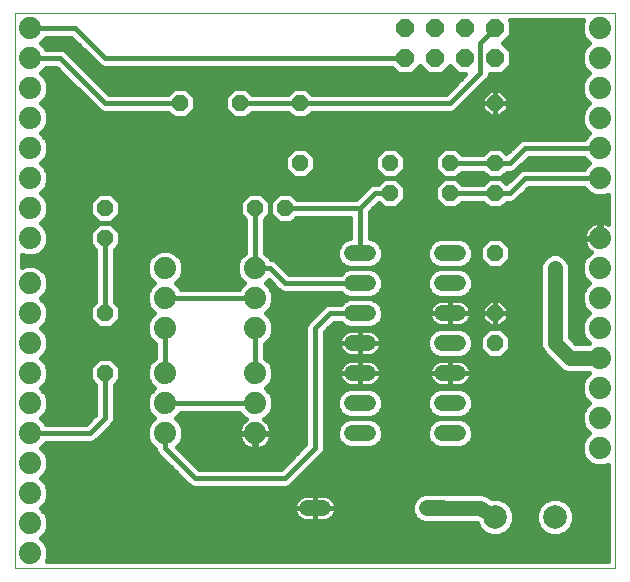
<source format=gtl>
G75*
%MOIN*%
%OFA0B0*%
%FSLAX25Y25*%
%IPPOS*%
%LPD*%
%AMOC8*
5,1,8,0,0,1.08239X$1,22.5*
%
%ADD10C,0.00000*%
%ADD11C,0.05200*%
%ADD12C,0.07400*%
%ADD13OC8,0.06000*%
%ADD14OC8,0.05200*%
%ADD15C,0.07874*%
%ADD16C,0.05000*%
%ADD17R,0.03562X0.03562*%
%ADD18C,0.01600*%
D10*
X0047595Y0097524D02*
X0047595Y0282484D01*
X0247595Y0282484D01*
X0247595Y0097524D01*
X0047595Y0097524D01*
D11*
X0144995Y0117524D02*
X0150195Y0117524D01*
X0159995Y0142524D02*
X0165195Y0142524D01*
X0165195Y0152524D02*
X0159995Y0152524D01*
X0159995Y0162524D02*
X0165195Y0162524D01*
X0165195Y0172524D02*
X0159995Y0172524D01*
X0159995Y0182524D02*
X0165195Y0182524D01*
X0165195Y0192524D02*
X0159995Y0192524D01*
X0159995Y0202524D02*
X0165195Y0202524D01*
X0189995Y0202524D02*
X0195195Y0202524D01*
X0195195Y0192524D02*
X0189995Y0192524D01*
X0189995Y0182524D02*
X0195195Y0182524D01*
X0195195Y0172524D02*
X0189995Y0172524D01*
X0189995Y0162524D02*
X0195195Y0162524D01*
X0195195Y0152524D02*
X0189995Y0152524D01*
X0189995Y0142524D02*
X0195195Y0142524D01*
X0190195Y0117524D02*
X0184995Y0117524D01*
D12*
X0127595Y0142524D03*
X0127595Y0152524D03*
X0127595Y0162524D03*
X0127595Y0177524D03*
X0127595Y0187524D03*
X0127595Y0197524D03*
X0097595Y0197524D03*
X0097595Y0187524D03*
X0097595Y0177524D03*
X0097595Y0162524D03*
X0097595Y0152524D03*
X0097595Y0142524D03*
X0052595Y0142524D03*
X0052595Y0152524D03*
X0052595Y0162524D03*
X0052595Y0172524D03*
X0052595Y0182524D03*
X0052595Y0192524D03*
X0052595Y0207524D03*
X0052595Y0217524D03*
X0052595Y0227524D03*
X0052595Y0237524D03*
X0052595Y0247524D03*
X0052595Y0257524D03*
X0052595Y0267524D03*
X0052595Y0277524D03*
X0052595Y0132524D03*
X0052595Y0122524D03*
X0052595Y0112524D03*
X0052595Y0102524D03*
X0242595Y0137524D03*
X0242595Y0147524D03*
X0242595Y0157524D03*
X0242595Y0167524D03*
X0242595Y0177524D03*
X0242595Y0187524D03*
X0242595Y0197524D03*
X0242595Y0207524D03*
X0242595Y0227524D03*
X0242595Y0237524D03*
X0242595Y0247524D03*
X0242595Y0257524D03*
X0242595Y0267524D03*
X0242595Y0277524D03*
D13*
X0207595Y0277524D03*
X0207595Y0267524D03*
X0197595Y0267524D03*
X0197595Y0277524D03*
X0187595Y0277524D03*
X0187595Y0267524D03*
X0177595Y0267524D03*
X0177595Y0277524D03*
D14*
X0207595Y0252524D03*
X0207595Y0232524D03*
X0207595Y0222524D03*
X0192595Y0222524D03*
X0192595Y0232524D03*
X0172595Y0232524D03*
X0172595Y0222524D03*
X0142595Y0232524D03*
X0137595Y0217524D03*
X0127595Y0217524D03*
X0122595Y0252524D03*
X0102595Y0252524D03*
X0077595Y0217524D03*
X0077595Y0207524D03*
X0077595Y0182524D03*
X0077595Y0162524D03*
X0142595Y0252524D03*
X0207595Y0202524D03*
X0207595Y0182524D03*
X0207595Y0172524D03*
D15*
X0207512Y0114622D03*
X0227512Y0114622D03*
D16*
X0207512Y0114622D02*
X0202678Y0117607D01*
X0187595Y0117524D01*
X0232595Y0167524D02*
X0227595Y0172524D01*
X0227595Y0197524D01*
X0232595Y0167524D02*
X0242595Y0167524D01*
D17*
X0227595Y0197524D03*
D18*
X0223761Y0200619D02*
X0223441Y0200299D01*
X0222695Y0198498D01*
X0222695Y0171549D01*
X0223441Y0169748D01*
X0224820Y0168370D01*
X0229820Y0163370D01*
X0231620Y0162624D01*
X0238868Y0162624D01*
X0238968Y0162524D01*
X0237424Y0160979D01*
X0236495Y0158737D01*
X0236495Y0156310D01*
X0237424Y0154068D01*
X0238968Y0152524D01*
X0237424Y0150979D01*
X0236495Y0148737D01*
X0236495Y0146310D01*
X0237424Y0144068D01*
X0238968Y0142524D01*
X0237424Y0140979D01*
X0236495Y0138737D01*
X0236495Y0136310D01*
X0237424Y0134068D01*
X0239140Y0132352D01*
X0241382Y0131424D01*
X0243809Y0131424D01*
X0245195Y0131998D01*
X0245195Y0099924D01*
X0058121Y0099924D01*
X0058695Y0101310D01*
X0058695Y0103737D01*
X0057766Y0105979D01*
X0056222Y0107524D01*
X0057766Y0109068D01*
X0058695Y0111310D01*
X0058695Y0113737D01*
X0057766Y0115979D01*
X0056222Y0117524D01*
X0057766Y0119068D01*
X0058695Y0121310D01*
X0058695Y0123737D01*
X0057766Y0125979D01*
X0056222Y0127524D01*
X0057766Y0129068D01*
X0058695Y0131310D01*
X0058695Y0133737D01*
X0057766Y0135979D01*
X0056222Y0137524D01*
X0057766Y0139068D01*
X0057872Y0139324D01*
X0073232Y0139324D01*
X0074408Y0139811D01*
X0075308Y0140711D01*
X0080308Y0145711D01*
X0080795Y0146887D01*
X0080795Y0158653D01*
X0082595Y0160453D01*
X0082595Y0164595D01*
X0079666Y0167524D01*
X0075524Y0167524D01*
X0072595Y0164595D01*
X0072595Y0160453D01*
X0074395Y0158653D01*
X0074395Y0148849D01*
X0071270Y0145724D01*
X0057872Y0145724D01*
X0057766Y0145979D01*
X0056222Y0147524D01*
X0057766Y0149068D01*
X0058695Y0151310D01*
X0058695Y0153737D01*
X0057766Y0155979D01*
X0056222Y0157524D01*
X0057766Y0159068D01*
X0058695Y0161310D01*
X0058695Y0163737D01*
X0057766Y0165979D01*
X0056222Y0167524D01*
X0057766Y0169068D01*
X0058695Y0171310D01*
X0058695Y0173737D01*
X0057766Y0175979D01*
X0056222Y0177524D01*
X0057766Y0179068D01*
X0058695Y0181310D01*
X0058695Y0183737D01*
X0057766Y0185979D01*
X0056222Y0187524D01*
X0057766Y0189068D01*
X0058695Y0191310D01*
X0058695Y0193737D01*
X0057766Y0195979D01*
X0056051Y0197695D01*
X0053809Y0198624D01*
X0051382Y0198624D01*
X0049995Y0198049D01*
X0049995Y0201998D01*
X0051382Y0201424D01*
X0053809Y0201424D01*
X0056051Y0202352D01*
X0057766Y0204068D01*
X0058695Y0206310D01*
X0058695Y0208737D01*
X0057766Y0210979D01*
X0056222Y0212524D01*
X0057766Y0214068D01*
X0058695Y0216310D01*
X0058695Y0218737D01*
X0057766Y0220979D01*
X0056222Y0222524D01*
X0057766Y0224068D01*
X0058695Y0226310D01*
X0058695Y0228737D01*
X0057766Y0230979D01*
X0056222Y0232524D01*
X0057766Y0234068D01*
X0058695Y0236310D01*
X0058695Y0238737D01*
X0057766Y0240979D01*
X0056222Y0242524D01*
X0057766Y0244068D01*
X0058695Y0246310D01*
X0058695Y0248737D01*
X0057766Y0250979D01*
X0056222Y0252524D01*
X0057766Y0254068D01*
X0058695Y0256310D01*
X0058695Y0258737D01*
X0057766Y0260979D01*
X0056222Y0262524D01*
X0057766Y0264068D01*
X0057872Y0264324D01*
X0061270Y0264324D01*
X0075782Y0249811D01*
X0076959Y0249324D01*
X0098724Y0249324D01*
X0100524Y0247524D01*
X0104666Y0247524D01*
X0107595Y0250453D01*
X0107595Y0254595D01*
X0104666Y0257524D01*
X0100524Y0257524D01*
X0098724Y0255724D01*
X0078921Y0255724D01*
X0065308Y0269336D01*
X0064408Y0270236D01*
X0063232Y0270724D01*
X0057872Y0270724D01*
X0057766Y0270979D01*
X0056222Y0272524D01*
X0057766Y0274068D01*
X0057872Y0274324D01*
X0066270Y0274324D01*
X0075782Y0264811D01*
X0076959Y0264324D01*
X0173158Y0264324D01*
X0175358Y0262124D01*
X0179832Y0262124D01*
X0182595Y0264887D01*
X0185358Y0262124D01*
X0189832Y0262124D01*
X0192595Y0264887D01*
X0195358Y0262124D01*
X0197670Y0262124D01*
X0191270Y0255724D01*
X0146466Y0255724D01*
X0144666Y0257524D01*
X0140524Y0257524D01*
X0138724Y0255724D01*
X0126466Y0255724D01*
X0124666Y0257524D01*
X0120524Y0257524D01*
X0117595Y0254595D01*
X0117595Y0250453D01*
X0120524Y0247524D01*
X0124666Y0247524D01*
X0126466Y0249324D01*
X0138724Y0249324D01*
X0140524Y0247524D01*
X0144666Y0247524D01*
X0146466Y0249324D01*
X0193232Y0249324D01*
X0194408Y0249811D01*
X0204408Y0259811D01*
X0205308Y0260711D01*
X0205795Y0261887D01*
X0205795Y0262124D01*
X0209832Y0262124D01*
X0212995Y0265287D01*
X0212995Y0269760D01*
X0210232Y0272524D01*
X0212995Y0275287D01*
X0212995Y0279760D01*
X0212671Y0280084D01*
X0237053Y0280084D01*
X0236495Y0278737D01*
X0236495Y0276310D01*
X0237424Y0274068D01*
X0238968Y0272524D01*
X0237424Y0270979D01*
X0236495Y0268737D01*
X0236495Y0266310D01*
X0237424Y0264068D01*
X0238968Y0262524D01*
X0237424Y0260979D01*
X0236495Y0258737D01*
X0236495Y0256310D01*
X0237424Y0254068D01*
X0238968Y0252524D01*
X0237424Y0250979D01*
X0236495Y0248737D01*
X0236495Y0246310D01*
X0237424Y0244068D01*
X0238968Y0242524D01*
X0237424Y0240979D01*
X0237318Y0240724D01*
X0216959Y0240724D01*
X0215782Y0240236D01*
X0214882Y0239336D01*
X0211368Y0235822D01*
X0209666Y0237524D01*
X0205524Y0237524D01*
X0203724Y0235724D01*
X0196466Y0235724D01*
X0194666Y0237524D01*
X0190524Y0237524D01*
X0187595Y0234595D01*
X0187595Y0230453D01*
X0190524Y0227524D01*
X0194666Y0227524D01*
X0196466Y0229324D01*
X0203724Y0229324D01*
X0205524Y0227524D01*
X0209666Y0227524D01*
X0211466Y0229324D01*
X0213232Y0229324D01*
X0214408Y0229811D01*
X0218921Y0234324D01*
X0237318Y0234324D01*
X0237424Y0234068D01*
X0238968Y0232524D01*
X0237424Y0230979D01*
X0237318Y0230724D01*
X0216959Y0230724D01*
X0215782Y0230236D01*
X0214882Y0229336D01*
X0211368Y0225822D01*
X0209666Y0227524D01*
X0205524Y0227524D01*
X0203724Y0225724D01*
X0196466Y0225724D01*
X0194666Y0227524D01*
X0190524Y0227524D01*
X0187595Y0224595D01*
X0187595Y0220453D01*
X0190524Y0217524D01*
X0194666Y0217524D01*
X0196466Y0219324D01*
X0203724Y0219324D01*
X0205524Y0217524D01*
X0209666Y0217524D01*
X0211466Y0219324D01*
X0213232Y0219324D01*
X0214408Y0219811D01*
X0218921Y0224324D01*
X0237318Y0224324D01*
X0237424Y0224068D01*
X0239140Y0222352D01*
X0241382Y0221424D01*
X0243809Y0221424D01*
X0245195Y0221998D01*
X0245195Y0212372D01*
X0244706Y0212621D01*
X0243883Y0212888D01*
X0243028Y0213024D01*
X0242795Y0213024D01*
X0242795Y0207724D01*
X0242395Y0207724D01*
X0242395Y0213024D01*
X0242162Y0213024D01*
X0241307Y0212888D01*
X0240484Y0212621D01*
X0239712Y0212228D01*
X0239012Y0211719D01*
X0238400Y0211107D01*
X0237891Y0210406D01*
X0237498Y0209635D01*
X0237231Y0208812D01*
X0237095Y0207956D01*
X0237095Y0207724D01*
X0242395Y0207724D01*
X0242395Y0207324D01*
X0237095Y0207324D01*
X0237095Y0207091D01*
X0237231Y0206236D01*
X0237498Y0205412D01*
X0237891Y0204641D01*
X0238400Y0203941D01*
X0239012Y0203328D01*
X0239614Y0202891D01*
X0239140Y0202695D01*
X0237424Y0200979D01*
X0236495Y0198737D01*
X0236495Y0196310D01*
X0237424Y0194068D01*
X0238968Y0192524D01*
X0237424Y0190979D01*
X0236495Y0188737D01*
X0236495Y0186310D01*
X0237424Y0184068D01*
X0238968Y0182524D01*
X0237424Y0180979D01*
X0236495Y0178737D01*
X0236495Y0176310D01*
X0237424Y0174068D01*
X0238968Y0172524D01*
X0238868Y0172424D01*
X0234625Y0172424D01*
X0232495Y0174553D01*
X0232495Y0198498D01*
X0231749Y0200299D01*
X0231430Y0200619D01*
X0231411Y0200664D01*
X0230736Y0201339D01*
X0230690Y0201358D01*
X0230371Y0201678D01*
X0228570Y0202424D01*
X0226620Y0202424D01*
X0224820Y0201678D01*
X0224500Y0201358D01*
X0224455Y0201339D01*
X0223779Y0200664D01*
X0223761Y0200619D01*
X0223246Y0199828D02*
X0211971Y0199828D01*
X0212595Y0200453D02*
X0209666Y0197524D01*
X0205524Y0197524D01*
X0202595Y0200453D01*
X0202595Y0204595D01*
X0205524Y0207524D01*
X0209666Y0207524D01*
X0212595Y0204595D01*
X0212595Y0200453D01*
X0212595Y0201427D02*
X0224569Y0201427D01*
X0222695Y0198230D02*
X0210372Y0198230D01*
X0212595Y0203025D02*
X0239429Y0203025D01*
X0237904Y0204624D02*
X0212566Y0204624D01*
X0210967Y0206222D02*
X0237235Y0206222D01*
X0237095Y0207821D02*
X0165795Y0207821D01*
X0165795Y0207524D02*
X0165795Y0216198D01*
X0168822Y0219225D01*
X0170524Y0217524D01*
X0174666Y0217524D01*
X0177595Y0220453D01*
X0177595Y0224595D01*
X0174666Y0227524D01*
X0177595Y0230453D01*
X0177595Y0234595D01*
X0174666Y0237524D01*
X0170524Y0237524D01*
X0167595Y0234595D01*
X0167595Y0230453D01*
X0170524Y0227524D01*
X0174666Y0227524D01*
X0170524Y0227524D01*
X0168724Y0225724D01*
X0166959Y0225724D01*
X0165782Y0225236D01*
X0161270Y0220724D01*
X0141466Y0220724D01*
X0139666Y0222524D01*
X0135524Y0222524D01*
X0132595Y0219595D01*
X0129666Y0222524D01*
X0125524Y0222524D01*
X0122595Y0219595D01*
X0122595Y0215453D01*
X0124395Y0213653D01*
X0124395Y0202801D01*
X0124140Y0202695D01*
X0122424Y0200979D01*
X0121495Y0198737D01*
X0121495Y0196310D01*
X0122424Y0194068D01*
X0123968Y0192524D01*
X0122424Y0190979D01*
X0122318Y0190724D01*
X0102872Y0190724D01*
X0102766Y0190979D01*
X0101222Y0192524D01*
X0102766Y0194068D01*
X0103695Y0196310D01*
X0103695Y0198737D01*
X0102766Y0200979D01*
X0101051Y0202695D01*
X0098809Y0203624D01*
X0096382Y0203624D01*
X0094140Y0202695D01*
X0092424Y0200979D01*
X0091495Y0198737D01*
X0091495Y0196310D01*
X0092424Y0194068D01*
X0093968Y0192524D01*
X0092424Y0190979D01*
X0091495Y0188737D01*
X0091495Y0186310D01*
X0092424Y0184068D01*
X0093968Y0182524D01*
X0092424Y0180979D01*
X0091495Y0178737D01*
X0091495Y0176310D01*
X0092424Y0174068D01*
X0094140Y0172352D01*
X0094395Y0172247D01*
X0094395Y0167801D01*
X0094140Y0167695D01*
X0092424Y0165979D01*
X0091495Y0163737D01*
X0091495Y0161310D01*
X0092424Y0159068D01*
X0093968Y0157524D01*
X0092424Y0155979D01*
X0091495Y0153737D01*
X0091495Y0151310D01*
X0092424Y0149068D01*
X0093968Y0147524D01*
X0092424Y0145979D01*
X0091495Y0143737D01*
X0091495Y0141310D01*
X0092424Y0139068D01*
X0094140Y0137352D01*
X0094395Y0137247D01*
X0094395Y0136887D01*
X0094882Y0135711D01*
X0104882Y0125711D01*
X0105782Y0124811D01*
X0106959Y0124324D01*
X0138232Y0124324D01*
X0139408Y0124811D01*
X0149408Y0134811D01*
X0150308Y0135711D01*
X0150795Y0136887D01*
X0150795Y0176198D01*
X0153921Y0179324D01*
X0156124Y0179324D01*
X0157163Y0178285D01*
X0159001Y0177524D01*
X0166190Y0177524D01*
X0168027Y0178285D01*
X0169434Y0179691D01*
X0170195Y0181529D01*
X0170195Y0183518D01*
X0169434Y0185356D01*
X0168027Y0186762D01*
X0166190Y0187524D01*
X0168027Y0188285D01*
X0169434Y0189691D01*
X0170195Y0191529D01*
X0170195Y0193518D01*
X0169434Y0195356D01*
X0168027Y0196762D01*
X0166190Y0197524D01*
X0168027Y0198285D01*
X0169434Y0199691D01*
X0170195Y0201529D01*
X0170195Y0203518D01*
X0169434Y0205356D01*
X0168027Y0206762D01*
X0166190Y0207524D01*
X0165795Y0207524D01*
X0165795Y0209419D02*
X0237428Y0209419D01*
X0238336Y0211018D02*
X0165795Y0211018D01*
X0165795Y0212616D02*
X0240476Y0212616D01*
X0242395Y0212616D02*
X0242795Y0212616D01*
X0242795Y0211018D02*
X0242395Y0211018D01*
X0242395Y0209419D02*
X0242795Y0209419D01*
X0242795Y0207821D02*
X0242395Y0207821D01*
X0244715Y0212616D02*
X0245195Y0212616D01*
X0245195Y0214215D02*
X0165795Y0214215D01*
X0165795Y0215813D02*
X0245195Y0215813D01*
X0245195Y0217412D02*
X0167009Y0217412D01*
X0168607Y0219010D02*
X0169037Y0219010D01*
X0167595Y0222524D02*
X0162595Y0217524D01*
X0137595Y0217524D01*
X0141358Y0214215D02*
X0159395Y0214215D01*
X0159395Y0214324D02*
X0159395Y0207524D01*
X0159001Y0207524D01*
X0157163Y0206762D01*
X0155756Y0205356D01*
X0154995Y0203518D01*
X0154995Y0201529D01*
X0155756Y0199691D01*
X0157163Y0198285D01*
X0159001Y0197524D01*
X0166190Y0197524D01*
X0159001Y0197524D01*
X0157163Y0196762D01*
X0156124Y0195724D01*
X0138921Y0195724D01*
X0134408Y0200236D01*
X0133232Y0200724D01*
X0132872Y0200724D01*
X0132766Y0200979D01*
X0131051Y0202695D01*
X0130795Y0202801D01*
X0130795Y0213653D01*
X0132595Y0215453D01*
X0132595Y0219595D01*
X0132595Y0215453D01*
X0135524Y0212524D01*
X0139666Y0212524D01*
X0141466Y0214324D01*
X0159395Y0214324D01*
X0159395Y0212616D02*
X0139759Y0212616D01*
X0135431Y0212616D02*
X0130795Y0212616D01*
X0130795Y0211018D02*
X0159395Y0211018D01*
X0159395Y0209419D02*
X0130795Y0209419D01*
X0130795Y0207821D02*
X0159395Y0207821D01*
X0156623Y0206222D02*
X0130795Y0206222D01*
X0130795Y0204624D02*
X0155453Y0204624D01*
X0154995Y0203025D02*
X0130795Y0203025D01*
X0132319Y0201427D02*
X0155037Y0201427D01*
X0155700Y0199828D02*
X0134816Y0199828D01*
X0136414Y0198230D02*
X0157296Y0198230D01*
X0157032Y0196631D02*
X0138013Y0196631D01*
X0137595Y0192524D02*
X0162595Y0192524D01*
X0159001Y0187524D02*
X0166190Y0187524D01*
X0159001Y0187524D01*
X0157163Y0188285D01*
X0156124Y0189324D01*
X0136959Y0189324D01*
X0135782Y0189811D01*
X0134882Y0190711D01*
X0132146Y0193448D01*
X0131222Y0192524D01*
X0132766Y0190979D01*
X0133695Y0188737D01*
X0133695Y0186310D01*
X0132766Y0184068D01*
X0131222Y0182524D01*
X0132766Y0180979D01*
X0133695Y0178737D01*
X0133695Y0176310D01*
X0132766Y0174068D01*
X0131051Y0172352D01*
X0130795Y0172247D01*
X0130795Y0167801D01*
X0131051Y0167695D01*
X0132766Y0165979D01*
X0133695Y0163737D01*
X0133695Y0161310D01*
X0132766Y0159068D01*
X0131222Y0157524D01*
X0132766Y0155979D01*
X0133695Y0153737D01*
X0133695Y0151310D01*
X0132766Y0149068D01*
X0131051Y0147352D01*
X0130576Y0147156D01*
X0131178Y0146719D01*
X0131790Y0146107D01*
X0132299Y0145406D01*
X0132692Y0144635D01*
X0132960Y0143812D01*
X0133095Y0142956D01*
X0133095Y0142724D01*
X0127795Y0142724D01*
X0127795Y0142324D01*
X0133095Y0142324D01*
X0133095Y0142091D01*
X0132960Y0141236D01*
X0132692Y0140412D01*
X0132299Y0139641D01*
X0131790Y0138941D01*
X0131178Y0138328D01*
X0130478Y0137820D01*
X0129706Y0137427D01*
X0128883Y0137159D01*
X0128028Y0137024D01*
X0127795Y0137024D01*
X0127795Y0142324D01*
X0127395Y0142324D01*
X0122095Y0142324D01*
X0122095Y0142091D01*
X0122231Y0141236D01*
X0122498Y0140412D01*
X0122891Y0139641D01*
X0123400Y0138941D01*
X0124012Y0138328D01*
X0124712Y0137820D01*
X0125484Y0137427D01*
X0126307Y0137159D01*
X0127162Y0137024D01*
X0127395Y0137024D01*
X0127395Y0142324D01*
X0127395Y0142724D01*
X0122095Y0142724D01*
X0122095Y0142956D01*
X0122231Y0143812D01*
X0122498Y0144635D01*
X0122891Y0145406D01*
X0123400Y0146107D01*
X0124012Y0146719D01*
X0124614Y0147156D01*
X0124140Y0147352D01*
X0122424Y0149068D01*
X0122318Y0149324D01*
X0102872Y0149324D01*
X0102766Y0149068D01*
X0101222Y0147524D01*
X0102766Y0145979D01*
X0103695Y0143737D01*
X0103695Y0141310D01*
X0102766Y0139068D01*
X0101671Y0137973D01*
X0108921Y0130724D01*
X0136270Y0130724D01*
X0144395Y0138849D01*
X0144395Y0178160D01*
X0144882Y0179336D01*
X0149882Y0184336D01*
X0150782Y0185236D01*
X0151959Y0185724D01*
X0156124Y0185724D01*
X0157163Y0186762D01*
X0159001Y0187524D01*
X0157834Y0187040D02*
X0133695Y0187040D01*
X0133695Y0188639D02*
X0156809Y0188639D01*
X0151278Y0185442D02*
X0133335Y0185442D01*
X0132541Y0183843D02*
X0149389Y0183843D01*
X0147791Y0182245D02*
X0131501Y0182245D01*
X0132904Y0180646D02*
X0146192Y0180646D01*
X0144763Y0179048D02*
X0133566Y0179048D01*
X0133695Y0177449D02*
X0144395Y0177449D01*
X0144395Y0175851D02*
X0133505Y0175851D01*
X0132843Y0174252D02*
X0144395Y0174252D01*
X0144395Y0172654D02*
X0131352Y0172654D01*
X0130795Y0171055D02*
X0144395Y0171055D01*
X0144395Y0169457D02*
X0130795Y0169457D01*
X0130795Y0167858D02*
X0144395Y0167858D01*
X0144395Y0166260D02*
X0132486Y0166260D01*
X0133312Y0164661D02*
X0144395Y0164661D01*
X0144395Y0163063D02*
X0133695Y0163063D01*
X0133695Y0161464D02*
X0144395Y0161464D01*
X0144395Y0159866D02*
X0133097Y0159866D01*
X0131965Y0158267D02*
X0144395Y0158267D01*
X0144395Y0156669D02*
X0132077Y0156669D01*
X0133143Y0155070D02*
X0144395Y0155070D01*
X0144395Y0153472D02*
X0133695Y0153472D01*
X0133695Y0151873D02*
X0144395Y0151873D01*
X0144395Y0150274D02*
X0133266Y0150274D01*
X0132374Y0148676D02*
X0144395Y0148676D01*
X0144395Y0147077D02*
X0130684Y0147077D01*
X0132246Y0145479D02*
X0144395Y0145479D01*
X0144395Y0143880D02*
X0132937Y0143880D01*
X0133095Y0142282D02*
X0144395Y0142282D01*
X0144395Y0140683D02*
X0132780Y0140683D01*
X0131895Y0139085D02*
X0144395Y0139085D01*
X0143032Y0137486D02*
X0129824Y0137486D01*
X0127795Y0137486D02*
X0127395Y0137486D01*
X0127395Y0139085D02*
X0127795Y0139085D01*
X0127795Y0140683D02*
X0127395Y0140683D01*
X0127395Y0142282D02*
X0127795Y0142282D01*
X0125366Y0137486D02*
X0102158Y0137486D01*
X0102773Y0139085D02*
X0123295Y0139085D01*
X0122410Y0140683D02*
X0103435Y0140683D01*
X0103695Y0142282D02*
X0122095Y0142282D01*
X0122253Y0143880D02*
X0103636Y0143880D01*
X0102974Y0145479D02*
X0122944Y0145479D01*
X0124506Y0147077D02*
X0101668Y0147077D01*
X0102374Y0148676D02*
X0122816Y0148676D01*
X0127595Y0152524D02*
X0097595Y0152524D01*
X0091924Y0150274D02*
X0080795Y0150274D01*
X0080795Y0148676D02*
X0092816Y0148676D01*
X0093522Y0147077D02*
X0080795Y0147077D01*
X0080076Y0145479D02*
X0092217Y0145479D01*
X0091555Y0143880D02*
X0078477Y0143880D01*
X0076879Y0142282D02*
X0091495Y0142282D01*
X0091755Y0140683D02*
X0075280Y0140683D01*
X0072595Y0142524D02*
X0052595Y0142524D01*
X0056668Y0147077D02*
X0072624Y0147077D01*
X0074222Y0148676D02*
X0057374Y0148676D01*
X0058266Y0150274D02*
X0074395Y0150274D01*
X0074395Y0151873D02*
X0058695Y0151873D01*
X0058695Y0153472D02*
X0074395Y0153472D01*
X0074395Y0155070D02*
X0058143Y0155070D01*
X0057077Y0156669D02*
X0074395Y0156669D01*
X0074395Y0158267D02*
X0056965Y0158267D01*
X0058097Y0159866D02*
X0073182Y0159866D01*
X0072595Y0161464D02*
X0058695Y0161464D01*
X0058695Y0163063D02*
X0072595Y0163063D01*
X0072662Y0164661D02*
X0058312Y0164661D01*
X0057486Y0166260D02*
X0074260Y0166260D01*
X0077595Y0162524D02*
X0077595Y0147524D01*
X0072595Y0142524D01*
X0080795Y0151873D02*
X0091495Y0151873D01*
X0091495Y0153472D02*
X0080795Y0153472D01*
X0080795Y0155070D02*
X0092047Y0155070D01*
X0093113Y0156669D02*
X0080795Y0156669D01*
X0080795Y0158267D02*
X0093225Y0158267D01*
X0092094Y0159866D02*
X0082008Y0159866D01*
X0082595Y0161464D02*
X0091495Y0161464D01*
X0091495Y0163063D02*
X0082595Y0163063D01*
X0082529Y0164661D02*
X0091878Y0164661D01*
X0092704Y0166260D02*
X0080930Y0166260D01*
X0079666Y0177524D02*
X0075524Y0177524D01*
X0072595Y0180453D01*
X0072595Y0184595D01*
X0074395Y0186395D01*
X0074395Y0203653D01*
X0072595Y0205453D01*
X0072595Y0209595D01*
X0075524Y0212524D01*
X0079666Y0212524D01*
X0082595Y0215453D01*
X0082595Y0219595D01*
X0079666Y0222524D01*
X0075524Y0222524D01*
X0072595Y0219595D01*
X0072595Y0215453D01*
X0075524Y0212524D01*
X0079666Y0212524D01*
X0082595Y0209595D01*
X0082595Y0205453D01*
X0080795Y0203653D01*
X0080795Y0186395D01*
X0082595Y0184595D01*
X0082595Y0180453D01*
X0079666Y0177524D01*
X0081190Y0179048D02*
X0091624Y0179048D01*
X0091495Y0177449D02*
X0056296Y0177449D01*
X0057746Y0179048D02*
X0074000Y0179048D01*
X0072595Y0180646D02*
X0058420Y0180646D01*
X0058695Y0182245D02*
X0072595Y0182245D01*
X0072595Y0183843D02*
X0058651Y0183843D01*
X0057989Y0185442D02*
X0073442Y0185442D01*
X0074395Y0187040D02*
X0056705Y0187040D01*
X0057337Y0188639D02*
X0074395Y0188639D01*
X0074395Y0190237D02*
X0058251Y0190237D01*
X0058695Y0191836D02*
X0074395Y0191836D01*
X0074395Y0193434D02*
X0058695Y0193434D01*
X0058158Y0195033D02*
X0074395Y0195033D01*
X0074395Y0196631D02*
X0057114Y0196631D01*
X0054759Y0198230D02*
X0074395Y0198230D01*
X0074395Y0199828D02*
X0049995Y0199828D01*
X0049995Y0198230D02*
X0050431Y0198230D01*
X0049995Y0201427D02*
X0051374Y0201427D01*
X0053816Y0201427D02*
X0074395Y0201427D01*
X0074395Y0203025D02*
X0056724Y0203025D01*
X0057997Y0204624D02*
X0073424Y0204624D01*
X0072595Y0206222D02*
X0058659Y0206222D01*
X0058695Y0207821D02*
X0072595Y0207821D01*
X0072595Y0209419D02*
X0058412Y0209419D01*
X0057728Y0211018D02*
X0074018Y0211018D01*
X0075431Y0212616D02*
X0056315Y0212616D01*
X0057827Y0214215D02*
X0073833Y0214215D01*
X0072595Y0215813D02*
X0058489Y0215813D01*
X0058695Y0217412D02*
X0072595Y0217412D01*
X0072595Y0219010D02*
X0058582Y0219010D01*
X0057920Y0220609D02*
X0073609Y0220609D01*
X0075208Y0222208D02*
X0056538Y0222208D01*
X0057504Y0223806D02*
X0164352Y0223806D01*
X0162754Y0222208D02*
X0139982Y0222208D01*
X0140524Y0227524D02*
X0144666Y0227524D01*
X0147595Y0230453D01*
X0147595Y0234595D01*
X0144666Y0237524D01*
X0140524Y0237524D01*
X0137595Y0234595D01*
X0137595Y0230453D01*
X0140524Y0227524D01*
X0139446Y0228602D02*
X0058695Y0228602D01*
X0058695Y0227003D02*
X0170004Y0227003D01*
X0169446Y0228602D02*
X0145744Y0228602D01*
X0147343Y0230200D02*
X0167848Y0230200D01*
X0167595Y0231799D02*
X0147595Y0231799D01*
X0147595Y0233397D02*
X0167595Y0233397D01*
X0167996Y0234996D02*
X0147194Y0234996D01*
X0145596Y0236594D02*
X0169595Y0236594D01*
X0175596Y0236594D02*
X0189595Y0236594D01*
X0187996Y0234996D02*
X0177194Y0234996D01*
X0177595Y0233397D02*
X0187595Y0233397D01*
X0187595Y0231799D02*
X0177595Y0231799D01*
X0177343Y0230200D02*
X0187848Y0230200D01*
X0189446Y0228602D02*
X0175744Y0228602D01*
X0175187Y0227003D02*
X0190004Y0227003D01*
X0188405Y0225405D02*
X0176785Y0225405D01*
X0177595Y0223806D02*
X0187595Y0223806D01*
X0187595Y0222208D02*
X0177595Y0222208D01*
X0177595Y0220609D02*
X0187595Y0220609D01*
X0189037Y0219010D02*
X0176153Y0219010D01*
X0172595Y0222524D02*
X0167595Y0222524D01*
X0166188Y0225405D02*
X0058320Y0225405D01*
X0058089Y0230200D02*
X0137848Y0230200D01*
X0137595Y0231799D02*
X0056947Y0231799D01*
X0057095Y0233397D02*
X0137595Y0233397D01*
X0137996Y0234996D02*
X0058151Y0234996D01*
X0058695Y0236594D02*
X0139595Y0236594D01*
X0140264Y0247784D02*
X0124926Y0247784D01*
X0120264Y0247784D02*
X0104926Y0247784D01*
X0106525Y0249382D02*
X0118666Y0249382D01*
X0117595Y0250981D02*
X0107595Y0250981D01*
X0107595Y0252579D02*
X0117595Y0252579D01*
X0117595Y0254178D02*
X0107595Y0254178D01*
X0106414Y0255776D02*
X0118777Y0255776D01*
X0120375Y0257375D02*
X0104815Y0257375D01*
X0102595Y0252524D02*
X0077595Y0252524D01*
X0062595Y0267524D01*
X0052595Y0267524D01*
X0056984Y0271761D02*
X0068832Y0271761D01*
X0070430Y0270163D02*
X0064481Y0270163D01*
X0066080Y0268564D02*
X0072029Y0268564D01*
X0073627Y0266966D02*
X0067678Y0266966D01*
X0069277Y0265367D02*
X0075226Y0265367D01*
X0077595Y0267524D02*
X0067595Y0277524D01*
X0052595Y0277524D01*
X0057058Y0273360D02*
X0067233Y0273360D01*
X0070875Y0263769D02*
X0173713Y0263769D01*
X0175312Y0262170D02*
X0072474Y0262170D01*
X0074072Y0260572D02*
X0196118Y0260572D01*
X0195312Y0262170D02*
X0189879Y0262170D01*
X0191477Y0263769D02*
X0193713Y0263769D01*
X0194519Y0258973D02*
X0075671Y0258973D01*
X0077269Y0257375D02*
X0100375Y0257375D01*
X0098777Y0255776D02*
X0078868Y0255776D01*
X0074613Y0250981D02*
X0057765Y0250981D01*
X0058428Y0249382D02*
X0076817Y0249382D01*
X0073014Y0252579D02*
X0056277Y0252579D01*
X0057812Y0254178D02*
X0071416Y0254178D01*
X0069817Y0255776D02*
X0058474Y0255776D01*
X0058695Y0257375D02*
X0068219Y0257375D01*
X0066620Y0258973D02*
X0058597Y0258973D01*
X0057935Y0260572D02*
X0065021Y0260572D01*
X0063423Y0262170D02*
X0056575Y0262170D01*
X0057467Y0263769D02*
X0061824Y0263769D01*
X0058695Y0247784D02*
X0100264Y0247784D01*
X0079982Y0222208D02*
X0125208Y0222208D01*
X0123609Y0220609D02*
X0081581Y0220609D01*
X0082595Y0219010D02*
X0122595Y0219010D01*
X0122595Y0217412D02*
X0082595Y0217412D01*
X0082595Y0215813D02*
X0122595Y0215813D01*
X0123833Y0214215D02*
X0081358Y0214215D01*
X0079759Y0212616D02*
X0124395Y0212616D01*
X0124395Y0211018D02*
X0081172Y0211018D01*
X0082595Y0209419D02*
X0124395Y0209419D01*
X0124395Y0207821D02*
X0082595Y0207821D01*
X0082595Y0206222D02*
X0124395Y0206222D01*
X0124395Y0204624D02*
X0081766Y0204624D01*
X0080795Y0203025D02*
X0094937Y0203025D01*
X0092872Y0201427D02*
X0080795Y0201427D01*
X0080795Y0199828D02*
X0091947Y0199828D01*
X0091495Y0198230D02*
X0080795Y0198230D01*
X0080795Y0196631D02*
X0091495Y0196631D01*
X0092024Y0195033D02*
X0080795Y0195033D01*
X0080795Y0193434D02*
X0093058Y0193434D01*
X0093281Y0191836D02*
X0080795Y0191836D01*
X0080795Y0190237D02*
X0092117Y0190237D01*
X0091495Y0188639D02*
X0080795Y0188639D01*
X0080795Y0187040D02*
X0091495Y0187040D01*
X0091855Y0185442D02*
X0081748Y0185442D01*
X0082595Y0183843D02*
X0092649Y0183843D01*
X0093690Y0182245D02*
X0082595Y0182245D01*
X0082595Y0180646D02*
X0092286Y0180646D01*
X0091685Y0175851D02*
X0057820Y0175851D01*
X0058482Y0174252D02*
X0092348Y0174252D01*
X0093838Y0172654D02*
X0058695Y0172654D01*
X0058589Y0171055D02*
X0094395Y0171055D01*
X0094395Y0169457D02*
X0057927Y0169457D01*
X0056556Y0167858D02*
X0094395Y0167858D01*
X0097595Y0162524D02*
X0097595Y0177524D01*
X0097595Y0187524D02*
X0127595Y0187524D01*
X0123281Y0191836D02*
X0101910Y0191836D01*
X0102133Y0193434D02*
X0123058Y0193434D01*
X0122024Y0195033D02*
X0103166Y0195033D01*
X0103695Y0196631D02*
X0121495Y0196631D01*
X0121495Y0198230D02*
X0103695Y0198230D01*
X0103243Y0199828D02*
X0121947Y0199828D01*
X0122872Y0201427D02*
X0102319Y0201427D01*
X0100253Y0203025D02*
X0124395Y0203025D01*
X0127595Y0197524D02*
X0127595Y0217524D01*
X0131358Y0214215D02*
X0133833Y0214215D01*
X0132595Y0215813D02*
X0132595Y0215813D01*
X0132595Y0217412D02*
X0132595Y0217412D01*
X0132595Y0219010D02*
X0132595Y0219010D01*
X0131581Y0220609D02*
X0133609Y0220609D01*
X0135208Y0222208D02*
X0129982Y0222208D01*
X0144926Y0247784D02*
X0236495Y0247784D01*
X0236547Y0246185D02*
X0058643Y0246185D01*
X0057981Y0244587D02*
X0237209Y0244587D01*
X0238504Y0242988D02*
X0056686Y0242988D01*
X0057356Y0241390D02*
X0237834Y0241390D01*
X0242595Y0237524D02*
X0217595Y0237524D01*
X0212595Y0232524D01*
X0207595Y0232524D01*
X0192595Y0232524D01*
X0195596Y0236594D02*
X0204595Y0236594D01*
X0210596Y0236594D02*
X0212140Y0236594D01*
X0213739Y0238193D02*
X0058695Y0238193D01*
X0058258Y0239791D02*
X0215337Y0239791D01*
X0217994Y0233397D02*
X0238095Y0233397D01*
X0238243Y0231799D02*
X0216396Y0231799D01*
X0215746Y0230200D02*
X0214797Y0230200D01*
X0214148Y0228602D02*
X0210744Y0228602D01*
X0210187Y0227003D02*
X0212549Y0227003D01*
X0212595Y0222524D02*
X0217595Y0227524D01*
X0242595Y0227524D01*
X0239489Y0222208D02*
X0216805Y0222208D01*
X0218403Y0223806D02*
X0237686Y0223806D01*
X0245195Y0220609D02*
X0215206Y0220609D01*
X0212595Y0222524D02*
X0207595Y0222524D01*
X0192595Y0222524D01*
X0195187Y0227003D02*
X0205004Y0227003D01*
X0204446Y0228602D02*
X0195744Y0228602D01*
X0196153Y0219010D02*
X0204037Y0219010D01*
X0211153Y0219010D02*
X0245195Y0219010D01*
X0237872Y0201427D02*
X0230622Y0201427D01*
X0231944Y0199828D02*
X0236947Y0199828D01*
X0236495Y0198230D02*
X0232495Y0198230D01*
X0232495Y0196631D02*
X0236495Y0196631D01*
X0237024Y0195033D02*
X0232495Y0195033D01*
X0232495Y0193434D02*
X0238058Y0193434D01*
X0238281Y0191836D02*
X0232495Y0191836D01*
X0232495Y0190237D02*
X0237117Y0190237D01*
X0236495Y0188639D02*
X0232495Y0188639D01*
X0232495Y0187040D02*
X0236495Y0187040D01*
X0236855Y0185442D02*
X0232495Y0185442D01*
X0232495Y0183843D02*
X0237649Y0183843D01*
X0238690Y0182245D02*
X0232495Y0182245D01*
X0232495Y0180646D02*
X0237286Y0180646D01*
X0236624Y0179048D02*
X0232495Y0179048D01*
X0232495Y0177449D02*
X0236495Y0177449D01*
X0236685Y0175851D02*
X0232495Y0175851D01*
X0232796Y0174252D02*
X0237348Y0174252D01*
X0238838Y0172654D02*
X0234395Y0172654D01*
X0226930Y0166260D02*
X0197539Y0166260D01*
X0197501Y0166287D02*
X0196884Y0166601D01*
X0196225Y0166815D01*
X0195541Y0166924D01*
X0192595Y0166924D01*
X0189649Y0166924D01*
X0188965Y0166815D01*
X0188306Y0166601D01*
X0187689Y0166287D01*
X0187129Y0165880D01*
X0186639Y0165390D01*
X0186232Y0164830D01*
X0185917Y0164213D01*
X0185703Y0163554D01*
X0185595Y0162870D01*
X0185595Y0162524D01*
X0192595Y0162524D01*
X0192595Y0166924D01*
X0192595Y0162524D01*
X0192595Y0162524D01*
X0192595Y0162524D01*
X0199595Y0162524D01*
X0199595Y0162870D01*
X0199487Y0163554D01*
X0199273Y0164213D01*
X0198958Y0164830D01*
X0198551Y0165390D01*
X0198062Y0165880D01*
X0197501Y0166287D01*
X0196997Y0167858D02*
X0205190Y0167858D01*
X0205524Y0167524D02*
X0209666Y0167524D01*
X0212595Y0170453D01*
X0212595Y0174595D01*
X0209666Y0177524D01*
X0205524Y0177524D01*
X0202595Y0174595D01*
X0202595Y0170453D01*
X0205524Y0167524D01*
X0203591Y0169457D02*
X0199199Y0169457D01*
X0199434Y0169691D02*
X0200195Y0171529D01*
X0200195Y0173518D01*
X0199434Y0175356D01*
X0198027Y0176762D01*
X0196190Y0177524D01*
X0189001Y0177524D01*
X0187163Y0176762D01*
X0185756Y0175356D01*
X0184995Y0173518D01*
X0184995Y0171529D01*
X0185756Y0169691D01*
X0187163Y0168285D01*
X0189001Y0167524D01*
X0196190Y0167524D01*
X0198027Y0168285D01*
X0199434Y0169691D01*
X0199999Y0171055D02*
X0202595Y0171055D01*
X0202595Y0172654D02*
X0200195Y0172654D01*
X0199891Y0174252D02*
X0202595Y0174252D01*
X0203851Y0175851D02*
X0198939Y0175851D01*
X0196369Y0177449D02*
X0205450Y0177449D01*
X0205773Y0178124D02*
X0203195Y0180701D01*
X0203195Y0182524D01*
X0207595Y0182524D01*
X0207595Y0186924D01*
X0205773Y0186924D01*
X0203195Y0184346D01*
X0203195Y0182524D01*
X0207595Y0182524D01*
X0207595Y0182524D01*
X0207595Y0186924D01*
X0209418Y0186924D01*
X0211995Y0184346D01*
X0211995Y0182524D01*
X0207595Y0182524D01*
X0207595Y0182524D01*
X0207595Y0182524D01*
X0211995Y0182524D01*
X0211995Y0180701D01*
X0209418Y0178124D01*
X0207595Y0178124D01*
X0207595Y0182523D01*
X0207595Y0182523D01*
X0207595Y0178124D01*
X0205773Y0178124D01*
X0204849Y0179048D02*
X0197897Y0179048D01*
X0198062Y0179167D02*
X0198551Y0179657D01*
X0198958Y0180218D01*
X0199273Y0180835D01*
X0199487Y0181493D01*
X0199595Y0182177D01*
X0199595Y0182524D01*
X0199595Y0182870D01*
X0199487Y0183554D01*
X0199273Y0184213D01*
X0198958Y0184830D01*
X0198551Y0185390D01*
X0198062Y0185880D01*
X0197501Y0186287D01*
X0196884Y0186601D01*
X0196225Y0186815D01*
X0195541Y0186924D01*
X0192595Y0186924D01*
X0189649Y0186924D01*
X0188965Y0186815D01*
X0188306Y0186601D01*
X0187689Y0186287D01*
X0187129Y0185880D01*
X0186639Y0185390D01*
X0186232Y0184830D01*
X0185917Y0184213D01*
X0185703Y0183554D01*
X0185595Y0182870D01*
X0185595Y0182524D01*
X0192595Y0182524D01*
X0192595Y0186924D01*
X0192595Y0182524D01*
X0192595Y0182524D01*
X0192595Y0182524D01*
X0199595Y0182524D01*
X0192595Y0182524D01*
X0192595Y0182524D01*
X0185595Y0182524D01*
X0185595Y0182177D01*
X0185703Y0181493D01*
X0185917Y0180835D01*
X0186232Y0180218D01*
X0186639Y0179657D01*
X0187129Y0179167D01*
X0187689Y0178760D01*
X0188306Y0178446D01*
X0188965Y0178232D01*
X0189649Y0178124D01*
X0192595Y0178124D01*
X0192595Y0182523D01*
X0192595Y0182523D01*
X0192595Y0178124D01*
X0195541Y0178124D01*
X0196225Y0178232D01*
X0196884Y0178446D01*
X0197501Y0178760D01*
X0198062Y0179167D01*
X0199177Y0180646D02*
X0203250Y0180646D01*
X0203195Y0182245D02*
X0199595Y0182245D01*
X0199393Y0183843D02*
X0203195Y0183843D01*
X0204291Y0185442D02*
X0198500Y0185442D01*
X0198027Y0188285D02*
X0199434Y0189691D01*
X0200195Y0191529D01*
X0200195Y0193518D01*
X0199434Y0195356D01*
X0198027Y0196762D01*
X0196190Y0197524D01*
X0198027Y0198285D01*
X0199434Y0199691D01*
X0200195Y0201529D01*
X0200195Y0203518D01*
X0199434Y0205356D01*
X0198027Y0206762D01*
X0196190Y0207524D01*
X0189001Y0207524D01*
X0187163Y0206762D01*
X0185756Y0205356D01*
X0184995Y0203518D01*
X0184995Y0201529D01*
X0185756Y0199691D01*
X0187163Y0198285D01*
X0189001Y0197524D01*
X0196190Y0197524D01*
X0189001Y0197524D01*
X0187163Y0196762D01*
X0185756Y0195356D01*
X0184995Y0193518D01*
X0184995Y0191529D01*
X0185756Y0189691D01*
X0187163Y0188285D01*
X0189001Y0187524D01*
X0196190Y0187524D01*
X0198027Y0188285D01*
X0198381Y0188639D02*
X0222695Y0188639D01*
X0222695Y0190237D02*
X0199660Y0190237D01*
X0200195Y0191836D02*
X0222695Y0191836D01*
X0222695Y0193434D02*
X0200195Y0193434D01*
X0199568Y0195033D02*
X0222695Y0195033D01*
X0222695Y0196631D02*
X0198158Y0196631D01*
X0197895Y0198230D02*
X0204818Y0198230D01*
X0203219Y0199828D02*
X0199491Y0199828D01*
X0200153Y0201427D02*
X0202595Y0201427D01*
X0202595Y0203025D02*
X0200195Y0203025D01*
X0199737Y0204624D02*
X0202624Y0204624D01*
X0204223Y0206222D02*
X0198567Y0206222D01*
X0186623Y0206222D02*
X0168567Y0206222D01*
X0169737Y0204624D02*
X0185453Y0204624D01*
X0184995Y0203025D02*
X0170195Y0203025D01*
X0170153Y0201427D02*
X0185037Y0201427D01*
X0185700Y0199828D02*
X0169491Y0199828D01*
X0167895Y0198230D02*
X0187296Y0198230D01*
X0187032Y0196631D02*
X0168158Y0196631D01*
X0169568Y0195033D02*
X0185623Y0195033D01*
X0184995Y0193434D02*
X0170195Y0193434D01*
X0170195Y0191836D02*
X0184995Y0191836D01*
X0185530Y0190237D02*
X0169660Y0190237D01*
X0168381Y0188639D02*
X0186809Y0188639D01*
X0186691Y0185442D02*
X0169348Y0185442D01*
X0170060Y0183843D02*
X0185797Y0183843D01*
X0185595Y0182245D02*
X0170195Y0182245D01*
X0169829Y0180646D02*
X0186013Y0180646D01*
X0187294Y0179048D02*
X0168790Y0179048D01*
X0167501Y0176287D02*
X0166884Y0176601D01*
X0166225Y0176815D01*
X0165541Y0176924D01*
X0162595Y0176924D01*
X0159649Y0176924D01*
X0158965Y0176815D01*
X0158306Y0176601D01*
X0157689Y0176287D01*
X0157129Y0175880D01*
X0156639Y0175390D01*
X0156232Y0174830D01*
X0155917Y0174213D01*
X0155703Y0173554D01*
X0155595Y0172870D01*
X0155595Y0172524D01*
X0162595Y0172524D01*
X0162595Y0176924D01*
X0162595Y0172524D01*
X0162595Y0172524D01*
X0162595Y0172524D01*
X0169595Y0172524D01*
X0169595Y0172870D01*
X0169487Y0173554D01*
X0169273Y0174213D01*
X0168958Y0174830D01*
X0168551Y0175390D01*
X0168062Y0175880D01*
X0167501Y0176287D01*
X0168091Y0175851D02*
X0186251Y0175851D01*
X0185299Y0174252D02*
X0169253Y0174252D01*
X0169595Y0172654D02*
X0184995Y0172654D01*
X0185191Y0171055D02*
X0169344Y0171055D01*
X0169273Y0170835D02*
X0169487Y0171493D01*
X0169595Y0172177D01*
X0169595Y0172524D01*
X0162595Y0172524D01*
X0162595Y0172524D01*
X0155595Y0172524D01*
X0155595Y0172177D01*
X0155703Y0171493D01*
X0155917Y0170835D01*
X0156232Y0170218D01*
X0156639Y0169657D01*
X0157129Y0169167D01*
X0157689Y0168760D01*
X0158306Y0168446D01*
X0158965Y0168232D01*
X0159649Y0168124D01*
X0162595Y0168124D01*
X0162595Y0172523D01*
X0162595Y0172523D01*
X0162595Y0168124D01*
X0165541Y0168124D01*
X0166225Y0168232D01*
X0166884Y0168446D01*
X0167501Y0168760D01*
X0168062Y0169167D01*
X0168551Y0169657D01*
X0168958Y0170218D01*
X0169273Y0170835D01*
X0168351Y0169457D02*
X0185991Y0169457D01*
X0188193Y0167858D02*
X0150795Y0167858D01*
X0150795Y0166260D02*
X0157652Y0166260D01*
X0157689Y0166287D02*
X0157129Y0165880D01*
X0156639Y0165390D01*
X0156232Y0164830D01*
X0155917Y0164213D01*
X0155703Y0163554D01*
X0155595Y0162870D01*
X0155595Y0162524D01*
X0162595Y0162524D01*
X0162595Y0166924D01*
X0159649Y0166924D01*
X0158965Y0166815D01*
X0158306Y0166601D01*
X0157689Y0166287D01*
X0156146Y0164661D02*
X0150795Y0164661D01*
X0150795Y0163063D02*
X0155626Y0163063D01*
X0155595Y0162524D02*
X0155595Y0162177D01*
X0155703Y0161493D01*
X0155917Y0160835D01*
X0156232Y0160218D01*
X0156639Y0159657D01*
X0157129Y0159167D01*
X0157689Y0158760D01*
X0158306Y0158446D01*
X0158965Y0158232D01*
X0159649Y0158124D01*
X0162595Y0158124D01*
X0162595Y0162523D01*
X0162595Y0162523D01*
X0162595Y0158124D01*
X0165541Y0158124D01*
X0166225Y0158232D01*
X0166884Y0158446D01*
X0167501Y0158760D01*
X0168062Y0159167D01*
X0168551Y0159657D01*
X0168958Y0160218D01*
X0169273Y0160835D01*
X0169487Y0161493D01*
X0169595Y0162177D01*
X0169595Y0162524D01*
X0169595Y0162870D01*
X0169487Y0163554D01*
X0169273Y0164213D01*
X0168958Y0164830D01*
X0168551Y0165390D01*
X0168062Y0165880D01*
X0167501Y0166287D01*
X0166884Y0166601D01*
X0166225Y0166815D01*
X0165541Y0166924D01*
X0162595Y0166924D01*
X0162595Y0162524D01*
X0162595Y0162524D01*
X0162595Y0162524D01*
X0169595Y0162524D01*
X0162595Y0162524D01*
X0162595Y0162524D01*
X0155595Y0162524D01*
X0155713Y0161464D02*
X0150795Y0161464D01*
X0150795Y0159866D02*
X0156488Y0159866D01*
X0158857Y0158267D02*
X0150795Y0158267D01*
X0150795Y0156669D02*
X0157069Y0156669D01*
X0157163Y0156762D02*
X0155756Y0155356D01*
X0154995Y0153518D01*
X0154995Y0151529D01*
X0155756Y0149691D01*
X0157163Y0148285D01*
X0159001Y0147524D01*
X0166190Y0147524D01*
X0168027Y0148285D01*
X0169434Y0149691D01*
X0170195Y0151529D01*
X0170195Y0153518D01*
X0169434Y0155356D01*
X0168027Y0156762D01*
X0166190Y0157524D01*
X0159001Y0157524D01*
X0157163Y0156762D01*
X0155638Y0155070D02*
X0150795Y0155070D01*
X0150795Y0153472D02*
X0154995Y0153472D01*
X0154995Y0151873D02*
X0150795Y0151873D01*
X0150795Y0150274D02*
X0155515Y0150274D01*
X0156772Y0148676D02*
X0150795Y0148676D01*
X0150795Y0147077D02*
X0157924Y0147077D01*
X0157163Y0146762D02*
X0159001Y0147524D01*
X0166190Y0147524D01*
X0168027Y0146762D01*
X0169434Y0145356D01*
X0170195Y0143518D01*
X0170195Y0141529D01*
X0169434Y0139691D01*
X0168027Y0138285D01*
X0166190Y0137524D01*
X0159001Y0137524D01*
X0157163Y0138285D01*
X0155756Y0139691D01*
X0154995Y0141529D01*
X0154995Y0143518D01*
X0155756Y0145356D01*
X0157163Y0146762D01*
X0155879Y0145479D02*
X0150795Y0145479D01*
X0150795Y0143880D02*
X0155145Y0143880D01*
X0154995Y0142282D02*
X0150795Y0142282D01*
X0150795Y0140683D02*
X0155345Y0140683D01*
X0156363Y0139085D02*
X0150795Y0139085D01*
X0150795Y0137486D02*
X0236495Y0137486D01*
X0236639Y0139085D02*
X0198827Y0139085D01*
X0199434Y0139691D02*
X0200195Y0141529D01*
X0200195Y0143518D01*
X0199434Y0145356D01*
X0198027Y0146762D01*
X0196190Y0147524D01*
X0198027Y0148285D01*
X0199434Y0149691D01*
X0200195Y0151529D01*
X0200195Y0153518D01*
X0199434Y0155356D01*
X0198027Y0156762D01*
X0196190Y0157524D01*
X0189001Y0157524D01*
X0187163Y0156762D01*
X0185756Y0155356D01*
X0184995Y0153518D01*
X0184995Y0151529D01*
X0185756Y0149691D01*
X0187163Y0148285D01*
X0189001Y0147524D01*
X0196190Y0147524D01*
X0189001Y0147524D01*
X0187163Y0146762D01*
X0185756Y0145356D01*
X0184995Y0143518D01*
X0184995Y0141529D01*
X0185756Y0139691D01*
X0187163Y0138285D01*
X0189001Y0137524D01*
X0196190Y0137524D01*
X0198027Y0138285D01*
X0199434Y0139691D01*
X0199845Y0140683D02*
X0237301Y0140683D01*
X0238727Y0142282D02*
X0200195Y0142282D01*
X0200045Y0143880D02*
X0237612Y0143880D01*
X0236839Y0145479D02*
X0199311Y0145479D01*
X0197267Y0147077D02*
X0236495Y0147077D01*
X0236495Y0148676D02*
X0198419Y0148676D01*
X0199675Y0150274D02*
X0237132Y0150274D01*
X0238318Y0151873D02*
X0200195Y0151873D01*
X0200195Y0153472D02*
X0238021Y0153472D01*
X0237009Y0155070D02*
X0199552Y0155070D01*
X0198121Y0156669D02*
X0236495Y0156669D01*
X0236495Y0158267D02*
X0196333Y0158267D01*
X0196225Y0158232D02*
X0196884Y0158446D01*
X0197501Y0158760D01*
X0198062Y0159167D01*
X0198551Y0159657D01*
X0198958Y0160218D01*
X0199273Y0160835D01*
X0199487Y0161493D01*
X0199595Y0162177D01*
X0199595Y0162524D01*
X0192595Y0162524D01*
X0192595Y0162524D01*
X0185595Y0162524D01*
X0185595Y0162177D01*
X0185703Y0161493D01*
X0185917Y0160835D01*
X0186232Y0160218D01*
X0186639Y0159657D01*
X0187129Y0159167D01*
X0187689Y0158760D01*
X0188306Y0158446D01*
X0188965Y0158232D01*
X0189649Y0158124D01*
X0192595Y0158124D01*
X0192595Y0162523D01*
X0192595Y0162523D01*
X0192595Y0158124D01*
X0195541Y0158124D01*
X0196225Y0158232D01*
X0198703Y0159866D02*
X0236963Y0159866D01*
X0237909Y0161464D02*
X0199477Y0161464D01*
X0199565Y0163063D02*
X0230561Y0163063D01*
X0228528Y0164661D02*
X0199044Y0164661D01*
X0192595Y0164661D02*
X0192595Y0164661D01*
X0192595Y0163063D02*
X0192595Y0163063D01*
X0192595Y0161464D02*
X0192595Y0161464D01*
X0192595Y0159866D02*
X0192595Y0159866D01*
X0192595Y0158267D02*
X0192595Y0158267D01*
X0188857Y0158267D02*
X0166333Y0158267D01*
X0168121Y0156669D02*
X0187069Y0156669D01*
X0185638Y0155070D02*
X0169552Y0155070D01*
X0170195Y0153472D02*
X0184995Y0153472D01*
X0184995Y0151873D02*
X0170195Y0151873D01*
X0169675Y0150274D02*
X0185515Y0150274D01*
X0186772Y0148676D02*
X0168419Y0148676D01*
X0167267Y0147077D02*
X0187924Y0147077D01*
X0185879Y0145479D02*
X0169311Y0145479D01*
X0170045Y0143880D02*
X0185145Y0143880D01*
X0184995Y0142282D02*
X0170195Y0142282D01*
X0169845Y0140683D02*
X0185345Y0140683D01*
X0186363Y0139085D02*
X0168827Y0139085D01*
X0182163Y0121762D02*
X0180756Y0120356D01*
X0179995Y0118518D01*
X0179995Y0116529D01*
X0180756Y0114691D01*
X0182163Y0113285D01*
X0184001Y0112524D01*
X0191190Y0112524D01*
X0191483Y0112645D01*
X0201300Y0112699D01*
X0201501Y0112575D01*
X0202140Y0111032D01*
X0203922Y0109250D01*
X0206252Y0108285D01*
X0208773Y0108285D01*
X0211102Y0109250D01*
X0212884Y0111032D01*
X0213849Y0113362D01*
X0213849Y0115883D01*
X0212884Y0118212D01*
X0211102Y0119994D01*
X0208773Y0120959D01*
X0206576Y0120959D01*
X0205727Y0121483D01*
X0205431Y0121776D01*
X0204906Y0121990D01*
X0204423Y0122288D01*
X0204012Y0122355D01*
X0203626Y0122512D01*
X0203059Y0122509D01*
X0202499Y0122599D01*
X0202093Y0122504D01*
X0191381Y0122445D01*
X0191190Y0122524D01*
X0184001Y0122524D01*
X0182163Y0121762D01*
X0181902Y0121501D02*
X0152080Y0121501D01*
X0151884Y0121601D02*
X0151225Y0121815D01*
X0150541Y0121924D01*
X0147595Y0121924D01*
X0144649Y0121924D01*
X0143965Y0121815D01*
X0143306Y0121601D01*
X0142689Y0121287D01*
X0142129Y0120880D01*
X0141639Y0120390D01*
X0141232Y0119830D01*
X0140917Y0119213D01*
X0140703Y0118554D01*
X0140595Y0117870D01*
X0140595Y0117524D01*
X0147595Y0117524D01*
X0147595Y0121924D01*
X0147595Y0117524D01*
X0147595Y0117524D01*
X0147595Y0117524D01*
X0154595Y0117524D01*
X0154595Y0117870D01*
X0154487Y0118554D01*
X0154273Y0119213D01*
X0153958Y0119830D01*
X0153551Y0120390D01*
X0153062Y0120880D01*
X0152501Y0121287D01*
X0151884Y0121601D01*
X0153905Y0119903D02*
X0180569Y0119903D01*
X0179995Y0118304D02*
X0154526Y0118304D01*
X0154595Y0117524D02*
X0147595Y0117524D01*
X0147595Y0117524D01*
X0140595Y0117524D01*
X0140595Y0117177D01*
X0140703Y0116493D01*
X0140917Y0115835D01*
X0141232Y0115218D01*
X0141639Y0114657D01*
X0142129Y0114167D01*
X0142689Y0113760D01*
X0143306Y0113446D01*
X0143965Y0113232D01*
X0144649Y0113124D01*
X0147595Y0113124D01*
X0147595Y0117523D01*
X0147595Y0117523D01*
X0147595Y0113124D01*
X0150541Y0113124D01*
X0151225Y0113232D01*
X0151884Y0113446D01*
X0152501Y0113760D01*
X0153062Y0114167D01*
X0153551Y0114657D01*
X0153958Y0115218D01*
X0154273Y0115835D01*
X0154487Y0116493D01*
X0154595Y0117177D01*
X0154595Y0117524D01*
X0154520Y0116706D02*
X0179995Y0116706D01*
X0180584Y0115107D02*
X0153878Y0115107D01*
X0152007Y0113509D02*
X0181939Y0113509D01*
X0201776Y0111910D02*
X0058695Y0111910D01*
X0058695Y0113509D02*
X0143183Y0113509D01*
X0141312Y0115107D02*
X0058128Y0115107D01*
X0057040Y0116706D02*
X0140670Y0116706D01*
X0140664Y0118304D02*
X0057002Y0118304D01*
X0058112Y0119903D02*
X0141285Y0119903D01*
X0143110Y0121501D02*
X0058695Y0121501D01*
X0058695Y0123100D02*
X0245195Y0123100D01*
X0245195Y0124698D02*
X0139136Y0124698D01*
X0140894Y0126297D02*
X0245195Y0126297D01*
X0245195Y0127895D02*
X0142492Y0127895D01*
X0144091Y0129494D02*
X0245195Y0129494D01*
X0245195Y0131092D02*
X0145689Y0131092D01*
X0147288Y0132691D02*
X0238801Y0132691D01*
X0237332Y0134289D02*
X0148886Y0134289D01*
X0150381Y0135888D02*
X0236670Y0135888D01*
X0245195Y0121501D02*
X0205709Y0121501D01*
X0211193Y0119903D02*
X0223831Y0119903D01*
X0223922Y0119994D02*
X0222140Y0118212D01*
X0221175Y0115883D01*
X0221175Y0113362D01*
X0222140Y0111032D01*
X0223922Y0109250D01*
X0226252Y0108285D01*
X0228773Y0108285D01*
X0231102Y0109250D01*
X0232884Y0111032D01*
X0233849Y0113362D01*
X0233849Y0115883D01*
X0232884Y0118212D01*
X0231102Y0119994D01*
X0228773Y0120959D01*
X0226252Y0120959D01*
X0223922Y0119994D01*
X0222232Y0118304D02*
X0212792Y0118304D01*
X0213508Y0116706D02*
X0221516Y0116706D01*
X0221175Y0115107D02*
X0213849Y0115107D01*
X0213849Y0113509D02*
X0221175Y0113509D01*
X0221776Y0111910D02*
X0213248Y0111910D01*
X0212164Y0110312D02*
X0222861Y0110312D01*
X0225218Y0108713D02*
X0209806Y0108713D01*
X0205218Y0108713D02*
X0057411Y0108713D01*
X0056631Y0107115D02*
X0245195Y0107115D01*
X0245195Y0108713D02*
X0229806Y0108713D01*
X0232164Y0110312D02*
X0245195Y0110312D01*
X0245195Y0111910D02*
X0233248Y0111910D01*
X0233849Y0113509D02*
X0245195Y0113509D01*
X0245195Y0115107D02*
X0233849Y0115107D01*
X0233508Y0116706D02*
X0245195Y0116706D01*
X0245195Y0118304D02*
X0232792Y0118304D01*
X0231193Y0119903D02*
X0245195Y0119903D01*
X0245195Y0105516D02*
X0057958Y0105516D01*
X0058620Y0103918D02*
X0245195Y0103918D01*
X0245195Y0102319D02*
X0058695Y0102319D01*
X0058451Y0100721D02*
X0245195Y0100721D01*
X0202861Y0110312D02*
X0058282Y0110312D01*
X0058297Y0124698D02*
X0106054Y0124698D01*
X0104296Y0126297D02*
X0057449Y0126297D01*
X0056594Y0127895D02*
X0102698Y0127895D01*
X0101099Y0129494D02*
X0057943Y0129494D01*
X0058605Y0131092D02*
X0099501Y0131092D01*
X0097902Y0132691D02*
X0058695Y0132691D01*
X0058466Y0134289D02*
X0096304Y0134289D01*
X0094809Y0135888D02*
X0057804Y0135888D01*
X0056259Y0137486D02*
X0094006Y0137486D01*
X0092417Y0139085D02*
X0057773Y0139085D01*
X0077595Y0182524D02*
X0077595Y0207524D01*
X0077595Y0267524D02*
X0177595Y0267524D01*
X0179879Y0262170D02*
X0185312Y0262170D01*
X0183713Y0263769D02*
X0181477Y0263769D01*
X0191322Y0255776D02*
X0146414Y0255776D01*
X0144815Y0257375D02*
X0192921Y0257375D01*
X0192595Y0252524D02*
X0202595Y0262524D01*
X0202595Y0272524D01*
X0207595Y0277524D01*
X0211068Y0273360D02*
X0238132Y0273360D01*
X0238206Y0271761D02*
X0210994Y0271761D01*
X0212593Y0270163D02*
X0237086Y0270163D01*
X0236495Y0268564D02*
X0212995Y0268564D01*
X0212995Y0266966D02*
X0236495Y0266966D01*
X0236886Y0265367D02*
X0212995Y0265367D01*
X0211477Y0263769D02*
X0237723Y0263769D01*
X0238615Y0262170D02*
X0209879Y0262170D01*
X0205169Y0260572D02*
X0237255Y0260572D01*
X0236593Y0258973D02*
X0203570Y0258973D01*
X0201972Y0257375D02*
X0236495Y0257375D01*
X0236716Y0255776D02*
X0210565Y0255776D01*
X0209418Y0256924D02*
X0207595Y0256924D01*
X0205773Y0256924D01*
X0203195Y0254346D01*
X0203195Y0252524D01*
X0207595Y0252524D01*
X0207595Y0256924D01*
X0207595Y0252524D01*
X0207595Y0252524D01*
X0207595Y0252524D01*
X0211995Y0252524D01*
X0211995Y0254346D01*
X0209418Y0256924D01*
X0207595Y0255776D02*
X0207595Y0255776D01*
X0207595Y0254178D02*
X0207595Y0254178D01*
X0207595Y0252579D02*
X0207595Y0252579D01*
X0207595Y0252524D02*
X0207595Y0252524D01*
X0203195Y0252524D01*
X0203195Y0250701D01*
X0205773Y0248124D01*
X0207595Y0248124D01*
X0207595Y0252523D01*
X0207595Y0252523D01*
X0207595Y0248124D01*
X0209418Y0248124D01*
X0211995Y0250701D01*
X0211995Y0252524D01*
X0207595Y0252524D01*
X0207595Y0250981D02*
X0207595Y0250981D01*
X0207595Y0249382D02*
X0207595Y0249382D01*
X0204514Y0249382D02*
X0193373Y0249382D01*
X0195578Y0250981D02*
X0203195Y0250981D01*
X0203195Y0252579D02*
X0197176Y0252579D01*
X0198775Y0254178D02*
X0203195Y0254178D01*
X0204625Y0255776D02*
X0200373Y0255776D01*
X0192595Y0252524D02*
X0142595Y0252524D01*
X0122595Y0252524D01*
X0126414Y0255776D02*
X0138777Y0255776D01*
X0140375Y0257375D02*
X0124815Y0257375D01*
X0162595Y0217524D02*
X0162595Y0202524D01*
X0167357Y0187040D02*
X0222695Y0187040D01*
X0222695Y0185442D02*
X0210900Y0185442D01*
X0211995Y0183843D02*
X0222695Y0183843D01*
X0222695Y0182245D02*
X0211995Y0182245D01*
X0211940Y0180646D02*
X0222695Y0180646D01*
X0222695Y0179048D02*
X0210342Y0179048D01*
X0209741Y0177449D02*
X0222695Y0177449D01*
X0222695Y0175851D02*
X0211339Y0175851D01*
X0212595Y0174252D02*
X0222695Y0174252D01*
X0222695Y0172654D02*
X0212595Y0172654D01*
X0212595Y0171055D02*
X0222900Y0171055D01*
X0223732Y0169457D02*
X0211599Y0169457D01*
X0210001Y0167858D02*
X0225331Y0167858D01*
X0207595Y0179048D02*
X0207595Y0179048D01*
X0207595Y0180646D02*
X0207595Y0180646D01*
X0207595Y0182245D02*
X0207595Y0182245D01*
X0207595Y0183843D02*
X0207595Y0183843D01*
X0207595Y0185442D02*
X0207595Y0185442D01*
X0192595Y0185442D02*
X0192595Y0185442D01*
X0192595Y0183843D02*
X0192595Y0183843D01*
X0192595Y0182245D02*
X0192595Y0182245D01*
X0192595Y0180646D02*
X0192595Y0180646D01*
X0192595Y0179048D02*
X0192595Y0179048D01*
X0188821Y0177449D02*
X0152046Y0177449D01*
X0150795Y0175851D02*
X0157100Y0175851D01*
X0155938Y0174252D02*
X0150795Y0174252D01*
X0150795Y0172654D02*
X0155595Y0172654D01*
X0155846Y0171055D02*
X0150795Y0171055D01*
X0150795Y0169457D02*
X0156840Y0169457D01*
X0162595Y0169457D02*
X0162595Y0169457D01*
X0162595Y0171055D02*
X0162595Y0171055D01*
X0162595Y0172654D02*
X0162595Y0172654D01*
X0162595Y0174252D02*
X0162595Y0174252D01*
X0162595Y0175851D02*
X0162595Y0175851D01*
X0162595Y0182524D02*
X0152595Y0182524D01*
X0147595Y0177524D01*
X0147595Y0137524D01*
X0137595Y0127524D01*
X0107595Y0127524D01*
X0097595Y0137524D01*
X0097595Y0142524D01*
X0103756Y0135888D02*
X0141434Y0135888D01*
X0139835Y0134289D02*
X0105355Y0134289D01*
X0106953Y0132691D02*
X0138237Y0132691D01*
X0136638Y0131092D02*
X0108552Y0131092D01*
X0127595Y0162524D02*
X0127595Y0177524D01*
X0133074Y0190237D02*
X0135356Y0190237D01*
X0133757Y0191836D02*
X0131910Y0191836D01*
X0132133Y0193434D02*
X0132159Y0193434D01*
X0132595Y0197524D02*
X0137595Y0192524D01*
X0132595Y0197524D02*
X0127595Y0197524D01*
X0153645Y0179048D02*
X0156400Y0179048D01*
X0162595Y0166260D02*
X0162595Y0166260D01*
X0162595Y0164661D02*
X0162595Y0164661D01*
X0162595Y0163063D02*
X0162595Y0163063D01*
X0162595Y0161464D02*
X0162595Y0161464D01*
X0162595Y0159866D02*
X0162595Y0159866D01*
X0162595Y0158267D02*
X0162595Y0158267D01*
X0167539Y0166260D02*
X0187652Y0166260D01*
X0186146Y0164661D02*
X0169044Y0164661D01*
X0169565Y0163063D02*
X0185626Y0163063D01*
X0185713Y0161464D02*
X0169477Y0161464D01*
X0168703Y0159866D02*
X0186488Y0159866D01*
X0192595Y0166260D02*
X0192595Y0166260D01*
X0147595Y0121501D02*
X0147595Y0121501D01*
X0147595Y0119903D02*
X0147595Y0119903D01*
X0147595Y0118304D02*
X0147595Y0118304D01*
X0147595Y0116706D02*
X0147595Y0116706D01*
X0147595Y0115107D02*
X0147595Y0115107D01*
X0147595Y0113509D02*
X0147595Y0113509D01*
X0210676Y0249382D02*
X0236762Y0249382D01*
X0237426Y0250981D02*
X0211995Y0250981D01*
X0211995Y0252579D02*
X0238913Y0252579D01*
X0237378Y0254178D02*
X0211995Y0254178D01*
X0212667Y0274958D02*
X0237055Y0274958D01*
X0236495Y0276557D02*
X0212995Y0276557D01*
X0212995Y0278155D02*
X0236495Y0278155D01*
X0236916Y0279754D02*
X0212995Y0279754D01*
M02*

</source>
